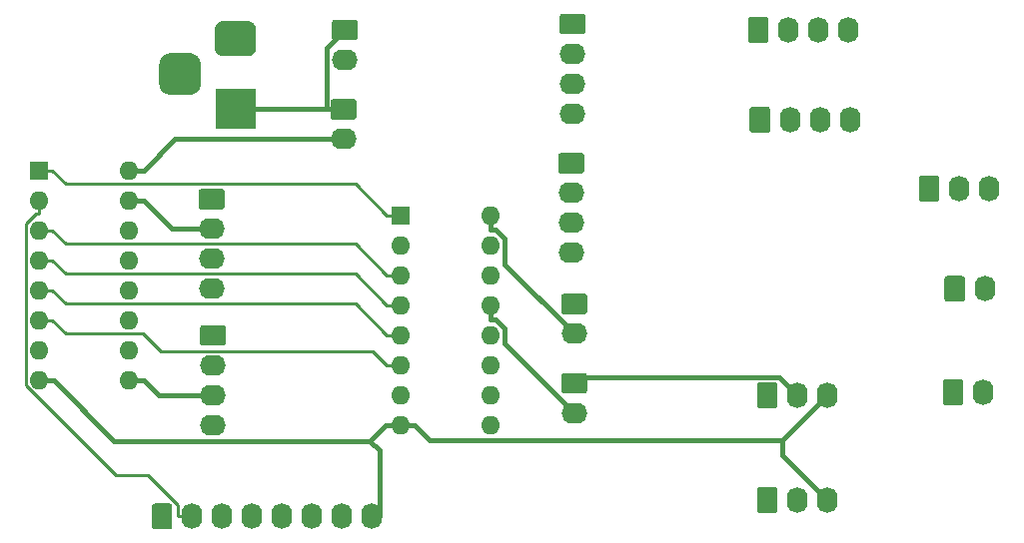
<source format=gbr>
G04 #@! TF.GenerationSoftware,KiCad,Pcbnew,(5.1.5-0-10_14)*
G04 #@! TF.CreationDate,2021-11-28T08:27:30+10:00*
G04 #@! TF.ProjectId,OH - Left Console - Output Distribution,4f48202d-204c-4656-9674-20436f6e736f,rev?*
G04 #@! TF.SameCoordinates,Original*
G04 #@! TF.FileFunction,Copper,L1,Top*
G04 #@! TF.FilePolarity,Positive*
%FSLAX46Y46*%
G04 Gerber Fmt 4.6, Leading zero omitted, Abs format (unit mm)*
G04 Created by KiCad (PCBNEW (5.1.5-0-10_14)) date 2021-11-28 08:27:30*
%MOMM*%
%LPD*%
G04 APERTURE LIST*
%ADD10O,2.200000X1.740000*%
%ADD11C,0.100000*%
%ADD12R,3.500000X3.500000*%
%ADD13O,1.600000X1.600000*%
%ADD14R,1.600000X1.600000*%
%ADD15O,1.740000X2.200000*%
%ADD16C,0.450000*%
%ADD17C,0.250000*%
G04 APERTURE END LIST*
D10*
X169418000Y-53721000D03*
X169418000Y-51181000D03*
X169418000Y-48641000D03*
G04 #@! TA.AperFunction,ComponentPad*
D11*
G36*
X170292505Y-45232204D02*
G01*
X170316773Y-45235804D01*
X170340572Y-45241765D01*
X170363671Y-45250030D01*
X170385850Y-45260520D01*
X170406893Y-45273132D01*
X170426599Y-45287747D01*
X170444777Y-45304223D01*
X170461253Y-45322401D01*
X170475868Y-45342107D01*
X170488480Y-45363150D01*
X170498970Y-45385329D01*
X170507235Y-45408428D01*
X170513196Y-45432227D01*
X170516796Y-45456495D01*
X170518000Y-45480999D01*
X170518000Y-46721001D01*
X170516796Y-46745505D01*
X170513196Y-46769773D01*
X170507235Y-46793572D01*
X170498970Y-46816671D01*
X170488480Y-46838850D01*
X170475868Y-46859893D01*
X170461253Y-46879599D01*
X170444777Y-46897777D01*
X170426599Y-46914253D01*
X170406893Y-46928868D01*
X170385850Y-46941480D01*
X170363671Y-46951970D01*
X170340572Y-46960235D01*
X170316773Y-46966196D01*
X170292505Y-46969796D01*
X170268001Y-46971000D01*
X168567999Y-46971000D01*
X168543495Y-46969796D01*
X168519227Y-46966196D01*
X168495428Y-46960235D01*
X168472329Y-46951970D01*
X168450150Y-46941480D01*
X168429107Y-46928868D01*
X168409401Y-46914253D01*
X168391223Y-46897777D01*
X168374747Y-46879599D01*
X168360132Y-46859893D01*
X168347520Y-46838850D01*
X168337030Y-46816671D01*
X168328765Y-46793572D01*
X168322804Y-46769773D01*
X168319204Y-46745505D01*
X168318000Y-46721001D01*
X168318000Y-45480999D01*
X168319204Y-45456495D01*
X168322804Y-45432227D01*
X168328765Y-45408428D01*
X168337030Y-45385329D01*
X168347520Y-45363150D01*
X168360132Y-45342107D01*
X168374747Y-45322401D01*
X168391223Y-45304223D01*
X168409401Y-45287747D01*
X168429107Y-45273132D01*
X168450150Y-45260520D01*
X168472329Y-45250030D01*
X168495428Y-45241765D01*
X168519227Y-45235804D01*
X168543495Y-45232204D01*
X168567999Y-45231000D01*
X170268001Y-45231000D01*
X170292505Y-45232204D01*
G37*
G04 #@! TD.AperFunction*
D10*
X169545000Y-41910000D03*
X169545000Y-39370000D03*
X169545000Y-36830000D03*
G04 #@! TA.AperFunction,ComponentPad*
D11*
G36*
X170419505Y-33421204D02*
G01*
X170443773Y-33424804D01*
X170467572Y-33430765D01*
X170490671Y-33439030D01*
X170512850Y-33449520D01*
X170533893Y-33462132D01*
X170553599Y-33476747D01*
X170571777Y-33493223D01*
X170588253Y-33511401D01*
X170602868Y-33531107D01*
X170615480Y-33552150D01*
X170625970Y-33574329D01*
X170634235Y-33597428D01*
X170640196Y-33621227D01*
X170643796Y-33645495D01*
X170645000Y-33669999D01*
X170645000Y-34910001D01*
X170643796Y-34934505D01*
X170640196Y-34958773D01*
X170634235Y-34982572D01*
X170625970Y-35005671D01*
X170615480Y-35027850D01*
X170602868Y-35048893D01*
X170588253Y-35068599D01*
X170571777Y-35086777D01*
X170553599Y-35103253D01*
X170533893Y-35117868D01*
X170512850Y-35130480D01*
X170490671Y-35140970D01*
X170467572Y-35149235D01*
X170443773Y-35155196D01*
X170419505Y-35158796D01*
X170395001Y-35160000D01*
X168694999Y-35160000D01*
X168670495Y-35158796D01*
X168646227Y-35155196D01*
X168622428Y-35149235D01*
X168599329Y-35140970D01*
X168577150Y-35130480D01*
X168556107Y-35117868D01*
X168536401Y-35103253D01*
X168518223Y-35086777D01*
X168501747Y-35068599D01*
X168487132Y-35048893D01*
X168474520Y-35027850D01*
X168464030Y-35005671D01*
X168455765Y-34982572D01*
X168449804Y-34958773D01*
X168446204Y-34934505D01*
X168445000Y-34910001D01*
X168445000Y-33669999D01*
X168446204Y-33645495D01*
X168449804Y-33621227D01*
X168455765Y-33597428D01*
X168464030Y-33574329D01*
X168474520Y-33552150D01*
X168487132Y-33531107D01*
X168501747Y-33511401D01*
X168518223Y-33493223D01*
X168536401Y-33476747D01*
X168556107Y-33462132D01*
X168577150Y-33449520D01*
X168599329Y-33439030D01*
X168622428Y-33430765D01*
X168646227Y-33424804D01*
X168670495Y-33421204D01*
X168694999Y-33420000D01*
X170395001Y-33420000D01*
X170419505Y-33421204D01*
G37*
G04 #@! TD.AperFunction*
D10*
X169672000Y-67310000D03*
G04 #@! TA.AperFunction,ComponentPad*
D11*
G36*
X170546505Y-63901204D02*
G01*
X170570773Y-63904804D01*
X170594572Y-63910765D01*
X170617671Y-63919030D01*
X170639850Y-63929520D01*
X170660893Y-63942132D01*
X170680599Y-63956747D01*
X170698777Y-63973223D01*
X170715253Y-63991401D01*
X170729868Y-64011107D01*
X170742480Y-64032150D01*
X170752970Y-64054329D01*
X170761235Y-64077428D01*
X170767196Y-64101227D01*
X170770796Y-64125495D01*
X170772000Y-64149999D01*
X170772000Y-65390001D01*
X170770796Y-65414505D01*
X170767196Y-65438773D01*
X170761235Y-65462572D01*
X170752970Y-65485671D01*
X170742480Y-65507850D01*
X170729868Y-65528893D01*
X170715253Y-65548599D01*
X170698777Y-65566777D01*
X170680599Y-65583253D01*
X170660893Y-65597868D01*
X170639850Y-65610480D01*
X170617671Y-65620970D01*
X170594572Y-65629235D01*
X170570773Y-65635196D01*
X170546505Y-65638796D01*
X170522001Y-65640000D01*
X168821999Y-65640000D01*
X168797495Y-65638796D01*
X168773227Y-65635196D01*
X168749428Y-65629235D01*
X168726329Y-65620970D01*
X168704150Y-65610480D01*
X168683107Y-65597868D01*
X168663401Y-65583253D01*
X168645223Y-65566777D01*
X168628747Y-65548599D01*
X168614132Y-65528893D01*
X168601520Y-65507850D01*
X168591030Y-65485671D01*
X168582765Y-65462572D01*
X168576804Y-65438773D01*
X168573204Y-65414505D01*
X168572000Y-65390001D01*
X168572000Y-64149999D01*
X168573204Y-64125495D01*
X168576804Y-64101227D01*
X168582765Y-64077428D01*
X168591030Y-64054329D01*
X168601520Y-64032150D01*
X168614132Y-64011107D01*
X168628747Y-63991401D01*
X168645223Y-63973223D01*
X168663401Y-63956747D01*
X168683107Y-63942132D01*
X168704150Y-63929520D01*
X168726329Y-63919030D01*
X168749428Y-63910765D01*
X168773227Y-63904804D01*
X168797495Y-63901204D01*
X168821999Y-63900000D01*
X170522001Y-63900000D01*
X170546505Y-63901204D01*
G37*
G04 #@! TD.AperFunction*
D10*
X169672000Y-60579000D03*
G04 #@! TA.AperFunction,ComponentPad*
D11*
G36*
X170546505Y-57170204D02*
G01*
X170570773Y-57173804D01*
X170594572Y-57179765D01*
X170617671Y-57188030D01*
X170639850Y-57198520D01*
X170660893Y-57211132D01*
X170680599Y-57225747D01*
X170698777Y-57242223D01*
X170715253Y-57260401D01*
X170729868Y-57280107D01*
X170742480Y-57301150D01*
X170752970Y-57323329D01*
X170761235Y-57346428D01*
X170767196Y-57370227D01*
X170770796Y-57394495D01*
X170772000Y-57418999D01*
X170772000Y-58659001D01*
X170770796Y-58683505D01*
X170767196Y-58707773D01*
X170761235Y-58731572D01*
X170752970Y-58754671D01*
X170742480Y-58776850D01*
X170729868Y-58797893D01*
X170715253Y-58817599D01*
X170698777Y-58835777D01*
X170680599Y-58852253D01*
X170660893Y-58866868D01*
X170639850Y-58879480D01*
X170617671Y-58889970D01*
X170594572Y-58898235D01*
X170570773Y-58904196D01*
X170546505Y-58907796D01*
X170522001Y-58909000D01*
X168821999Y-58909000D01*
X168797495Y-58907796D01*
X168773227Y-58904196D01*
X168749428Y-58898235D01*
X168726329Y-58889970D01*
X168704150Y-58879480D01*
X168683107Y-58866868D01*
X168663401Y-58852253D01*
X168645223Y-58835777D01*
X168628747Y-58817599D01*
X168614132Y-58797893D01*
X168601520Y-58776850D01*
X168591030Y-58754671D01*
X168582765Y-58731572D01*
X168576804Y-58707773D01*
X168573204Y-58683505D01*
X168572000Y-58659001D01*
X168572000Y-57418999D01*
X168573204Y-57394495D01*
X168576804Y-57370227D01*
X168582765Y-57346428D01*
X168591030Y-57323329D01*
X168601520Y-57301150D01*
X168614132Y-57280107D01*
X168628747Y-57260401D01*
X168645223Y-57242223D01*
X168663401Y-57225747D01*
X168683107Y-57211132D01*
X168704150Y-57198520D01*
X168726329Y-57188030D01*
X168749428Y-57179765D01*
X168773227Y-57173804D01*
X168797495Y-57170204D01*
X168821999Y-57169000D01*
X170522001Y-57169000D01*
X170546505Y-57170204D01*
G37*
G04 #@! TD.AperFunction*
G04 #@! TA.AperFunction,ComponentPad*
G36*
X137230765Y-36783213D02*
G01*
X137315704Y-36795813D01*
X137398999Y-36816677D01*
X137479848Y-36845605D01*
X137557472Y-36882319D01*
X137631124Y-36926464D01*
X137700094Y-36977616D01*
X137763718Y-37035282D01*
X137821384Y-37098906D01*
X137872536Y-37167876D01*
X137916681Y-37241528D01*
X137953395Y-37319152D01*
X137982323Y-37400001D01*
X138003187Y-37483296D01*
X138015787Y-37568235D01*
X138020000Y-37654000D01*
X138020000Y-39404000D01*
X138015787Y-39489765D01*
X138003187Y-39574704D01*
X137982323Y-39657999D01*
X137953395Y-39738848D01*
X137916681Y-39816472D01*
X137872536Y-39890124D01*
X137821384Y-39959094D01*
X137763718Y-40022718D01*
X137700094Y-40080384D01*
X137631124Y-40131536D01*
X137557472Y-40175681D01*
X137479848Y-40212395D01*
X137398999Y-40241323D01*
X137315704Y-40262187D01*
X137230765Y-40274787D01*
X137145000Y-40279000D01*
X135395000Y-40279000D01*
X135309235Y-40274787D01*
X135224296Y-40262187D01*
X135141001Y-40241323D01*
X135060152Y-40212395D01*
X134982528Y-40175681D01*
X134908876Y-40131536D01*
X134839906Y-40080384D01*
X134776282Y-40022718D01*
X134718616Y-39959094D01*
X134667464Y-39890124D01*
X134623319Y-39816472D01*
X134586605Y-39738848D01*
X134557677Y-39657999D01*
X134536813Y-39574704D01*
X134524213Y-39489765D01*
X134520000Y-39404000D01*
X134520000Y-37654000D01*
X134524213Y-37568235D01*
X134536813Y-37483296D01*
X134557677Y-37400001D01*
X134586605Y-37319152D01*
X134623319Y-37241528D01*
X134667464Y-37167876D01*
X134718616Y-37098906D01*
X134776282Y-37035282D01*
X134839906Y-36977616D01*
X134908876Y-36926464D01*
X134982528Y-36882319D01*
X135060152Y-36845605D01*
X135141001Y-36816677D01*
X135224296Y-36795813D01*
X135309235Y-36783213D01*
X135395000Y-36779000D01*
X137145000Y-36779000D01*
X137230765Y-36783213D01*
G37*
G04 #@! TD.AperFunction*
G04 #@! TA.AperFunction,ComponentPad*
G36*
X142043513Y-34032611D02*
G01*
X142116318Y-34043411D01*
X142187714Y-34061295D01*
X142257013Y-34086090D01*
X142323548Y-34117559D01*
X142386678Y-34155398D01*
X142445795Y-34199242D01*
X142500330Y-34248670D01*
X142549758Y-34303205D01*
X142593602Y-34362322D01*
X142631441Y-34425452D01*
X142662910Y-34491987D01*
X142687705Y-34561286D01*
X142705589Y-34632682D01*
X142716389Y-34705487D01*
X142720000Y-34779000D01*
X142720000Y-36279000D01*
X142716389Y-36352513D01*
X142705589Y-36425318D01*
X142687705Y-36496714D01*
X142662910Y-36566013D01*
X142631441Y-36632548D01*
X142593602Y-36695678D01*
X142549758Y-36754795D01*
X142500330Y-36809330D01*
X142445795Y-36858758D01*
X142386678Y-36902602D01*
X142323548Y-36940441D01*
X142257013Y-36971910D01*
X142187714Y-36996705D01*
X142116318Y-37014589D01*
X142043513Y-37025389D01*
X141970000Y-37029000D01*
X139970000Y-37029000D01*
X139896487Y-37025389D01*
X139823682Y-37014589D01*
X139752286Y-36996705D01*
X139682987Y-36971910D01*
X139616452Y-36940441D01*
X139553322Y-36902602D01*
X139494205Y-36858758D01*
X139439670Y-36809330D01*
X139390242Y-36754795D01*
X139346398Y-36695678D01*
X139308559Y-36632548D01*
X139277090Y-36566013D01*
X139252295Y-36496714D01*
X139234411Y-36425318D01*
X139223611Y-36352513D01*
X139220000Y-36279000D01*
X139220000Y-34779000D01*
X139223611Y-34705487D01*
X139234411Y-34632682D01*
X139252295Y-34561286D01*
X139277090Y-34491987D01*
X139308559Y-34425452D01*
X139346398Y-34362322D01*
X139390242Y-34303205D01*
X139439670Y-34248670D01*
X139494205Y-34199242D01*
X139553322Y-34155398D01*
X139616452Y-34117559D01*
X139682987Y-34086090D01*
X139752286Y-34061295D01*
X139823682Y-34043411D01*
X139896487Y-34032611D01*
X139970000Y-34029000D01*
X141970000Y-34029000D01*
X142043513Y-34032611D01*
G37*
G04 #@! TD.AperFunction*
D12*
X140970000Y-41529000D03*
D13*
X162560000Y-50546000D03*
X154940000Y-68326000D03*
X162560000Y-53086000D03*
X154940000Y-65786000D03*
X162560000Y-55626000D03*
X154940000Y-63246000D03*
X162560000Y-58166000D03*
X154940000Y-60706000D03*
X162560000Y-60706000D03*
X154940000Y-58166000D03*
X162560000Y-63246000D03*
X154940000Y-55626000D03*
X162560000Y-65786000D03*
X154940000Y-53086000D03*
X162560000Y-68326000D03*
D14*
X154940000Y-50546000D03*
D15*
X152527000Y-76073000D03*
X149987000Y-76073000D03*
X147447000Y-76073000D03*
X144907000Y-76073000D03*
X142367000Y-76073000D03*
X139827000Y-76073000D03*
X137287000Y-76073000D03*
G04 #@! TA.AperFunction,ComponentPad*
D11*
G36*
X135391505Y-74974204D02*
G01*
X135415773Y-74977804D01*
X135439572Y-74983765D01*
X135462671Y-74992030D01*
X135484850Y-75002520D01*
X135505893Y-75015132D01*
X135525599Y-75029747D01*
X135543777Y-75046223D01*
X135560253Y-75064401D01*
X135574868Y-75084107D01*
X135587480Y-75105150D01*
X135597970Y-75127329D01*
X135606235Y-75150428D01*
X135612196Y-75174227D01*
X135615796Y-75198495D01*
X135617000Y-75222999D01*
X135617000Y-76923001D01*
X135615796Y-76947505D01*
X135612196Y-76971773D01*
X135606235Y-76995572D01*
X135597970Y-77018671D01*
X135587480Y-77040850D01*
X135574868Y-77061893D01*
X135560253Y-77081599D01*
X135543777Y-77099777D01*
X135525599Y-77116253D01*
X135505893Y-77130868D01*
X135484850Y-77143480D01*
X135462671Y-77153970D01*
X135439572Y-77162235D01*
X135415773Y-77168196D01*
X135391505Y-77171796D01*
X135367001Y-77173000D01*
X134126999Y-77173000D01*
X134102495Y-77171796D01*
X134078227Y-77168196D01*
X134054428Y-77162235D01*
X134031329Y-77153970D01*
X134009150Y-77143480D01*
X133988107Y-77130868D01*
X133968401Y-77116253D01*
X133950223Y-77099777D01*
X133933747Y-77081599D01*
X133919132Y-77061893D01*
X133906520Y-77040850D01*
X133896030Y-77018671D01*
X133887765Y-76995572D01*
X133881804Y-76971773D01*
X133878204Y-76947505D01*
X133877000Y-76923001D01*
X133877000Y-75222999D01*
X133878204Y-75198495D01*
X133881804Y-75174227D01*
X133887765Y-75150428D01*
X133896030Y-75127329D01*
X133906520Y-75105150D01*
X133919132Y-75084107D01*
X133933747Y-75064401D01*
X133950223Y-75046223D01*
X133968401Y-75029747D01*
X133988107Y-75015132D01*
X134009150Y-75002520D01*
X134031329Y-74992030D01*
X134054428Y-74983765D01*
X134078227Y-74977804D01*
X134102495Y-74974204D01*
X134126999Y-74973000D01*
X135367001Y-74973000D01*
X135391505Y-74974204D01*
G37*
G04 #@! TD.AperFunction*
D15*
X204343000Y-65532000D03*
G04 #@! TA.AperFunction,ComponentPad*
D11*
G36*
X202447505Y-64433204D02*
G01*
X202471773Y-64436804D01*
X202495572Y-64442765D01*
X202518671Y-64451030D01*
X202540850Y-64461520D01*
X202561893Y-64474132D01*
X202581599Y-64488747D01*
X202599777Y-64505223D01*
X202616253Y-64523401D01*
X202630868Y-64543107D01*
X202643480Y-64564150D01*
X202653970Y-64586329D01*
X202662235Y-64609428D01*
X202668196Y-64633227D01*
X202671796Y-64657495D01*
X202673000Y-64681999D01*
X202673000Y-66382001D01*
X202671796Y-66406505D01*
X202668196Y-66430773D01*
X202662235Y-66454572D01*
X202653970Y-66477671D01*
X202643480Y-66499850D01*
X202630868Y-66520893D01*
X202616253Y-66540599D01*
X202599777Y-66558777D01*
X202581599Y-66575253D01*
X202561893Y-66589868D01*
X202540850Y-66602480D01*
X202518671Y-66612970D01*
X202495572Y-66621235D01*
X202471773Y-66627196D01*
X202447505Y-66630796D01*
X202423001Y-66632000D01*
X201182999Y-66632000D01*
X201158495Y-66630796D01*
X201134227Y-66627196D01*
X201110428Y-66621235D01*
X201087329Y-66612970D01*
X201065150Y-66602480D01*
X201044107Y-66589868D01*
X201024401Y-66575253D01*
X201006223Y-66558777D01*
X200989747Y-66540599D01*
X200975132Y-66520893D01*
X200962520Y-66499850D01*
X200952030Y-66477671D01*
X200943765Y-66454572D01*
X200937804Y-66430773D01*
X200934204Y-66406505D01*
X200933000Y-66382001D01*
X200933000Y-64681999D01*
X200934204Y-64657495D01*
X200937804Y-64633227D01*
X200943765Y-64609428D01*
X200952030Y-64586329D01*
X200962520Y-64564150D01*
X200975132Y-64543107D01*
X200989747Y-64523401D01*
X201006223Y-64505223D01*
X201024401Y-64488747D01*
X201044107Y-64474132D01*
X201065150Y-64461520D01*
X201087329Y-64451030D01*
X201110428Y-64442765D01*
X201134227Y-64436804D01*
X201158495Y-64433204D01*
X201182999Y-64432000D01*
X202423001Y-64432000D01*
X202447505Y-64433204D01*
G37*
G04 #@! TD.AperFunction*
D15*
X204470000Y-56769000D03*
G04 #@! TA.AperFunction,ComponentPad*
D11*
G36*
X202574505Y-55670204D02*
G01*
X202598773Y-55673804D01*
X202622572Y-55679765D01*
X202645671Y-55688030D01*
X202667850Y-55698520D01*
X202688893Y-55711132D01*
X202708599Y-55725747D01*
X202726777Y-55742223D01*
X202743253Y-55760401D01*
X202757868Y-55780107D01*
X202770480Y-55801150D01*
X202780970Y-55823329D01*
X202789235Y-55846428D01*
X202795196Y-55870227D01*
X202798796Y-55894495D01*
X202800000Y-55918999D01*
X202800000Y-57619001D01*
X202798796Y-57643505D01*
X202795196Y-57667773D01*
X202789235Y-57691572D01*
X202780970Y-57714671D01*
X202770480Y-57736850D01*
X202757868Y-57757893D01*
X202743253Y-57777599D01*
X202726777Y-57795777D01*
X202708599Y-57812253D01*
X202688893Y-57826868D01*
X202667850Y-57839480D01*
X202645671Y-57849970D01*
X202622572Y-57858235D01*
X202598773Y-57864196D01*
X202574505Y-57867796D01*
X202550001Y-57869000D01*
X201309999Y-57869000D01*
X201285495Y-57867796D01*
X201261227Y-57864196D01*
X201237428Y-57858235D01*
X201214329Y-57849970D01*
X201192150Y-57839480D01*
X201171107Y-57826868D01*
X201151401Y-57812253D01*
X201133223Y-57795777D01*
X201116747Y-57777599D01*
X201102132Y-57757893D01*
X201089520Y-57736850D01*
X201079030Y-57714671D01*
X201070765Y-57691572D01*
X201064804Y-57667773D01*
X201061204Y-57643505D01*
X201060000Y-57619001D01*
X201060000Y-55918999D01*
X201061204Y-55894495D01*
X201064804Y-55870227D01*
X201070765Y-55846428D01*
X201079030Y-55823329D01*
X201089520Y-55801150D01*
X201102132Y-55780107D01*
X201116747Y-55760401D01*
X201133223Y-55742223D01*
X201151401Y-55725747D01*
X201171107Y-55711132D01*
X201192150Y-55698520D01*
X201214329Y-55688030D01*
X201237428Y-55679765D01*
X201261227Y-55673804D01*
X201285495Y-55670204D01*
X201309999Y-55669000D01*
X202550001Y-55669000D01*
X202574505Y-55670204D01*
G37*
G04 #@! TD.AperFunction*
D15*
X204851000Y-48260000D03*
X202311000Y-48260000D03*
G04 #@! TA.AperFunction,ComponentPad*
D11*
G36*
X200415505Y-47161204D02*
G01*
X200439773Y-47164804D01*
X200463572Y-47170765D01*
X200486671Y-47179030D01*
X200508850Y-47189520D01*
X200529893Y-47202132D01*
X200549599Y-47216747D01*
X200567777Y-47233223D01*
X200584253Y-47251401D01*
X200598868Y-47271107D01*
X200611480Y-47292150D01*
X200621970Y-47314329D01*
X200630235Y-47337428D01*
X200636196Y-47361227D01*
X200639796Y-47385495D01*
X200641000Y-47409999D01*
X200641000Y-49110001D01*
X200639796Y-49134505D01*
X200636196Y-49158773D01*
X200630235Y-49182572D01*
X200621970Y-49205671D01*
X200611480Y-49227850D01*
X200598868Y-49248893D01*
X200584253Y-49268599D01*
X200567777Y-49286777D01*
X200549599Y-49303253D01*
X200529893Y-49317868D01*
X200508850Y-49330480D01*
X200486671Y-49340970D01*
X200463572Y-49349235D01*
X200439773Y-49355196D01*
X200415505Y-49358796D01*
X200391001Y-49360000D01*
X199150999Y-49360000D01*
X199126495Y-49358796D01*
X199102227Y-49355196D01*
X199078428Y-49349235D01*
X199055329Y-49340970D01*
X199033150Y-49330480D01*
X199012107Y-49317868D01*
X198992401Y-49303253D01*
X198974223Y-49286777D01*
X198957747Y-49268599D01*
X198943132Y-49248893D01*
X198930520Y-49227850D01*
X198920030Y-49205671D01*
X198911765Y-49182572D01*
X198905804Y-49158773D01*
X198902204Y-49134505D01*
X198901000Y-49110001D01*
X198901000Y-47409999D01*
X198902204Y-47385495D01*
X198905804Y-47361227D01*
X198911765Y-47337428D01*
X198920030Y-47314329D01*
X198930520Y-47292150D01*
X198943132Y-47271107D01*
X198957747Y-47251401D01*
X198974223Y-47233223D01*
X198992401Y-47216747D01*
X199012107Y-47202132D01*
X199033150Y-47189520D01*
X199055329Y-47179030D01*
X199078428Y-47170765D01*
X199102227Y-47164804D01*
X199126495Y-47161204D01*
X199150999Y-47160000D01*
X200391001Y-47160000D01*
X200415505Y-47161204D01*
G37*
G04 #@! TD.AperFunction*
D13*
X131953000Y-46736000D03*
X124333000Y-64516000D03*
X131953000Y-49276000D03*
X124333000Y-61976000D03*
X131953000Y-51816000D03*
X124333000Y-59436000D03*
X131953000Y-54356000D03*
X124333000Y-56896000D03*
X131953000Y-56896000D03*
X124333000Y-54356000D03*
X131953000Y-59436000D03*
X124333000Y-51816000D03*
X131953000Y-61976000D03*
X124333000Y-49276000D03*
X131953000Y-64516000D03*
D14*
X124333000Y-46736000D03*
D15*
X191135000Y-65786000D03*
X188595000Y-65786000D03*
G04 #@! TA.AperFunction,ComponentPad*
D11*
G36*
X186699505Y-64687204D02*
G01*
X186723773Y-64690804D01*
X186747572Y-64696765D01*
X186770671Y-64705030D01*
X186792850Y-64715520D01*
X186813893Y-64728132D01*
X186833599Y-64742747D01*
X186851777Y-64759223D01*
X186868253Y-64777401D01*
X186882868Y-64797107D01*
X186895480Y-64818150D01*
X186905970Y-64840329D01*
X186914235Y-64863428D01*
X186920196Y-64887227D01*
X186923796Y-64911495D01*
X186925000Y-64935999D01*
X186925000Y-66636001D01*
X186923796Y-66660505D01*
X186920196Y-66684773D01*
X186914235Y-66708572D01*
X186905970Y-66731671D01*
X186895480Y-66753850D01*
X186882868Y-66774893D01*
X186868253Y-66794599D01*
X186851777Y-66812777D01*
X186833599Y-66829253D01*
X186813893Y-66843868D01*
X186792850Y-66856480D01*
X186770671Y-66866970D01*
X186747572Y-66875235D01*
X186723773Y-66881196D01*
X186699505Y-66884796D01*
X186675001Y-66886000D01*
X185434999Y-66886000D01*
X185410495Y-66884796D01*
X185386227Y-66881196D01*
X185362428Y-66875235D01*
X185339329Y-66866970D01*
X185317150Y-66856480D01*
X185296107Y-66843868D01*
X185276401Y-66829253D01*
X185258223Y-66812777D01*
X185241747Y-66794599D01*
X185227132Y-66774893D01*
X185214520Y-66753850D01*
X185204030Y-66731671D01*
X185195765Y-66708572D01*
X185189804Y-66684773D01*
X185186204Y-66660505D01*
X185185000Y-66636001D01*
X185185000Y-64935999D01*
X185186204Y-64911495D01*
X185189804Y-64887227D01*
X185195765Y-64863428D01*
X185204030Y-64840329D01*
X185214520Y-64818150D01*
X185227132Y-64797107D01*
X185241747Y-64777401D01*
X185258223Y-64759223D01*
X185276401Y-64742747D01*
X185296107Y-64728132D01*
X185317150Y-64715520D01*
X185339329Y-64705030D01*
X185362428Y-64696765D01*
X185386227Y-64690804D01*
X185410495Y-64687204D01*
X185434999Y-64686000D01*
X186675001Y-64686000D01*
X186699505Y-64687204D01*
G37*
G04 #@! TD.AperFunction*
D15*
X191135000Y-74676000D03*
X188595000Y-74676000D03*
G04 #@! TA.AperFunction,ComponentPad*
D11*
G36*
X186699505Y-73577204D02*
G01*
X186723773Y-73580804D01*
X186747572Y-73586765D01*
X186770671Y-73595030D01*
X186792850Y-73605520D01*
X186813893Y-73618132D01*
X186833599Y-73632747D01*
X186851777Y-73649223D01*
X186868253Y-73667401D01*
X186882868Y-73687107D01*
X186895480Y-73708150D01*
X186905970Y-73730329D01*
X186914235Y-73753428D01*
X186920196Y-73777227D01*
X186923796Y-73801495D01*
X186925000Y-73825999D01*
X186925000Y-75526001D01*
X186923796Y-75550505D01*
X186920196Y-75574773D01*
X186914235Y-75598572D01*
X186905970Y-75621671D01*
X186895480Y-75643850D01*
X186882868Y-75664893D01*
X186868253Y-75684599D01*
X186851777Y-75702777D01*
X186833599Y-75719253D01*
X186813893Y-75733868D01*
X186792850Y-75746480D01*
X186770671Y-75756970D01*
X186747572Y-75765235D01*
X186723773Y-75771196D01*
X186699505Y-75774796D01*
X186675001Y-75776000D01*
X185434999Y-75776000D01*
X185410495Y-75774796D01*
X185386227Y-75771196D01*
X185362428Y-75765235D01*
X185339329Y-75756970D01*
X185317150Y-75746480D01*
X185296107Y-75733868D01*
X185276401Y-75719253D01*
X185258223Y-75702777D01*
X185241747Y-75684599D01*
X185227132Y-75664893D01*
X185214520Y-75643850D01*
X185204030Y-75621671D01*
X185195765Y-75598572D01*
X185189804Y-75574773D01*
X185186204Y-75550505D01*
X185185000Y-75526001D01*
X185185000Y-73825999D01*
X185186204Y-73801495D01*
X185189804Y-73777227D01*
X185195765Y-73753428D01*
X185204030Y-73730329D01*
X185214520Y-73708150D01*
X185227132Y-73687107D01*
X185241747Y-73667401D01*
X185258223Y-73649223D01*
X185276401Y-73632747D01*
X185296107Y-73618132D01*
X185317150Y-73605520D01*
X185339329Y-73595030D01*
X185362428Y-73586765D01*
X185386227Y-73580804D01*
X185410495Y-73577204D01*
X185434999Y-73576000D01*
X186675001Y-73576000D01*
X186699505Y-73577204D01*
G37*
G04 #@! TD.AperFunction*
D10*
X139065000Y-68326000D03*
X139065000Y-65786000D03*
X139065000Y-63246000D03*
G04 #@! TA.AperFunction,ComponentPad*
D11*
G36*
X139939505Y-59837204D02*
G01*
X139963773Y-59840804D01*
X139987572Y-59846765D01*
X140010671Y-59855030D01*
X140032850Y-59865520D01*
X140053893Y-59878132D01*
X140073599Y-59892747D01*
X140091777Y-59909223D01*
X140108253Y-59927401D01*
X140122868Y-59947107D01*
X140135480Y-59968150D01*
X140145970Y-59990329D01*
X140154235Y-60013428D01*
X140160196Y-60037227D01*
X140163796Y-60061495D01*
X140165000Y-60085999D01*
X140165000Y-61326001D01*
X140163796Y-61350505D01*
X140160196Y-61374773D01*
X140154235Y-61398572D01*
X140145970Y-61421671D01*
X140135480Y-61443850D01*
X140122868Y-61464893D01*
X140108253Y-61484599D01*
X140091777Y-61502777D01*
X140073599Y-61519253D01*
X140053893Y-61533868D01*
X140032850Y-61546480D01*
X140010671Y-61556970D01*
X139987572Y-61565235D01*
X139963773Y-61571196D01*
X139939505Y-61574796D01*
X139915001Y-61576000D01*
X138214999Y-61576000D01*
X138190495Y-61574796D01*
X138166227Y-61571196D01*
X138142428Y-61565235D01*
X138119329Y-61556970D01*
X138097150Y-61546480D01*
X138076107Y-61533868D01*
X138056401Y-61519253D01*
X138038223Y-61502777D01*
X138021747Y-61484599D01*
X138007132Y-61464893D01*
X137994520Y-61443850D01*
X137984030Y-61421671D01*
X137975765Y-61398572D01*
X137969804Y-61374773D01*
X137966204Y-61350505D01*
X137965000Y-61326001D01*
X137965000Y-60085999D01*
X137966204Y-60061495D01*
X137969804Y-60037227D01*
X137975765Y-60013428D01*
X137984030Y-59990329D01*
X137994520Y-59968150D01*
X138007132Y-59947107D01*
X138021747Y-59927401D01*
X138038223Y-59909223D01*
X138056401Y-59892747D01*
X138076107Y-59878132D01*
X138097150Y-59865520D01*
X138119329Y-59855030D01*
X138142428Y-59846765D01*
X138166227Y-59840804D01*
X138190495Y-59837204D01*
X138214999Y-59836000D01*
X139915001Y-59836000D01*
X139939505Y-59837204D01*
G37*
G04 #@! TD.AperFunction*
D15*
X193040000Y-42418000D03*
X190500000Y-42418000D03*
X187960000Y-42418000D03*
G04 #@! TA.AperFunction,ComponentPad*
D11*
G36*
X186064505Y-41319204D02*
G01*
X186088773Y-41322804D01*
X186112572Y-41328765D01*
X186135671Y-41337030D01*
X186157850Y-41347520D01*
X186178893Y-41360132D01*
X186198599Y-41374747D01*
X186216777Y-41391223D01*
X186233253Y-41409401D01*
X186247868Y-41429107D01*
X186260480Y-41450150D01*
X186270970Y-41472329D01*
X186279235Y-41495428D01*
X186285196Y-41519227D01*
X186288796Y-41543495D01*
X186290000Y-41567999D01*
X186290000Y-43268001D01*
X186288796Y-43292505D01*
X186285196Y-43316773D01*
X186279235Y-43340572D01*
X186270970Y-43363671D01*
X186260480Y-43385850D01*
X186247868Y-43406893D01*
X186233253Y-43426599D01*
X186216777Y-43444777D01*
X186198599Y-43461253D01*
X186178893Y-43475868D01*
X186157850Y-43488480D01*
X186135671Y-43498970D01*
X186112572Y-43507235D01*
X186088773Y-43513196D01*
X186064505Y-43516796D01*
X186040001Y-43518000D01*
X184799999Y-43518000D01*
X184775495Y-43516796D01*
X184751227Y-43513196D01*
X184727428Y-43507235D01*
X184704329Y-43498970D01*
X184682150Y-43488480D01*
X184661107Y-43475868D01*
X184641401Y-43461253D01*
X184623223Y-43444777D01*
X184606747Y-43426599D01*
X184592132Y-43406893D01*
X184579520Y-43385850D01*
X184569030Y-43363671D01*
X184560765Y-43340572D01*
X184554804Y-43316773D01*
X184551204Y-43292505D01*
X184550000Y-43268001D01*
X184550000Y-41567999D01*
X184551204Y-41543495D01*
X184554804Y-41519227D01*
X184560765Y-41495428D01*
X184569030Y-41472329D01*
X184579520Y-41450150D01*
X184592132Y-41429107D01*
X184606747Y-41409401D01*
X184623223Y-41391223D01*
X184641401Y-41374747D01*
X184661107Y-41360132D01*
X184682150Y-41347520D01*
X184704329Y-41337030D01*
X184727428Y-41328765D01*
X184751227Y-41322804D01*
X184775495Y-41319204D01*
X184799999Y-41318000D01*
X186040001Y-41318000D01*
X186064505Y-41319204D01*
G37*
G04 #@! TD.AperFunction*
D10*
X150241000Y-37338000D03*
G04 #@! TA.AperFunction,ComponentPad*
D11*
G36*
X151115505Y-33929204D02*
G01*
X151139773Y-33932804D01*
X151163572Y-33938765D01*
X151186671Y-33947030D01*
X151208850Y-33957520D01*
X151229893Y-33970132D01*
X151249599Y-33984747D01*
X151267777Y-34001223D01*
X151284253Y-34019401D01*
X151298868Y-34039107D01*
X151311480Y-34060150D01*
X151321970Y-34082329D01*
X151330235Y-34105428D01*
X151336196Y-34129227D01*
X151339796Y-34153495D01*
X151341000Y-34177999D01*
X151341000Y-35418001D01*
X151339796Y-35442505D01*
X151336196Y-35466773D01*
X151330235Y-35490572D01*
X151321970Y-35513671D01*
X151311480Y-35535850D01*
X151298868Y-35556893D01*
X151284253Y-35576599D01*
X151267777Y-35594777D01*
X151249599Y-35611253D01*
X151229893Y-35625868D01*
X151208850Y-35638480D01*
X151186671Y-35648970D01*
X151163572Y-35657235D01*
X151139773Y-35663196D01*
X151115505Y-35666796D01*
X151091001Y-35668000D01*
X149390999Y-35668000D01*
X149366495Y-35666796D01*
X149342227Y-35663196D01*
X149318428Y-35657235D01*
X149295329Y-35648970D01*
X149273150Y-35638480D01*
X149252107Y-35625868D01*
X149232401Y-35611253D01*
X149214223Y-35594777D01*
X149197747Y-35576599D01*
X149183132Y-35556893D01*
X149170520Y-35535850D01*
X149160030Y-35513671D01*
X149151765Y-35490572D01*
X149145804Y-35466773D01*
X149142204Y-35442505D01*
X149141000Y-35418001D01*
X149141000Y-34177999D01*
X149142204Y-34153495D01*
X149145804Y-34129227D01*
X149151765Y-34105428D01*
X149160030Y-34082329D01*
X149170520Y-34060150D01*
X149183132Y-34039107D01*
X149197747Y-34019401D01*
X149214223Y-34001223D01*
X149232401Y-33984747D01*
X149252107Y-33970132D01*
X149273150Y-33957520D01*
X149295329Y-33947030D01*
X149318428Y-33938765D01*
X149342227Y-33932804D01*
X149366495Y-33929204D01*
X149390999Y-33928000D01*
X151091001Y-33928000D01*
X151115505Y-33929204D01*
G37*
G04 #@! TD.AperFunction*
D10*
X138938000Y-56769000D03*
X138938000Y-54229000D03*
X138938000Y-51689000D03*
G04 #@! TA.AperFunction,ComponentPad*
D11*
G36*
X139812505Y-48280204D02*
G01*
X139836773Y-48283804D01*
X139860572Y-48289765D01*
X139883671Y-48298030D01*
X139905850Y-48308520D01*
X139926893Y-48321132D01*
X139946599Y-48335747D01*
X139964777Y-48352223D01*
X139981253Y-48370401D01*
X139995868Y-48390107D01*
X140008480Y-48411150D01*
X140018970Y-48433329D01*
X140027235Y-48456428D01*
X140033196Y-48480227D01*
X140036796Y-48504495D01*
X140038000Y-48528999D01*
X140038000Y-49769001D01*
X140036796Y-49793505D01*
X140033196Y-49817773D01*
X140027235Y-49841572D01*
X140018970Y-49864671D01*
X140008480Y-49886850D01*
X139995868Y-49907893D01*
X139981253Y-49927599D01*
X139964777Y-49945777D01*
X139946599Y-49962253D01*
X139926893Y-49976868D01*
X139905850Y-49989480D01*
X139883671Y-49999970D01*
X139860572Y-50008235D01*
X139836773Y-50014196D01*
X139812505Y-50017796D01*
X139788001Y-50019000D01*
X138087999Y-50019000D01*
X138063495Y-50017796D01*
X138039227Y-50014196D01*
X138015428Y-50008235D01*
X137992329Y-49999970D01*
X137970150Y-49989480D01*
X137949107Y-49976868D01*
X137929401Y-49962253D01*
X137911223Y-49945777D01*
X137894747Y-49927599D01*
X137880132Y-49907893D01*
X137867520Y-49886850D01*
X137857030Y-49864671D01*
X137848765Y-49841572D01*
X137842804Y-49817773D01*
X137839204Y-49793505D01*
X137838000Y-49769001D01*
X137838000Y-48528999D01*
X137839204Y-48504495D01*
X137842804Y-48480227D01*
X137848765Y-48456428D01*
X137857030Y-48433329D01*
X137867520Y-48411150D01*
X137880132Y-48390107D01*
X137894747Y-48370401D01*
X137911223Y-48352223D01*
X137929401Y-48335747D01*
X137949107Y-48321132D01*
X137970150Y-48308520D01*
X137992329Y-48298030D01*
X138015428Y-48289765D01*
X138039227Y-48283804D01*
X138063495Y-48280204D01*
X138087999Y-48279000D01*
X139788001Y-48279000D01*
X139812505Y-48280204D01*
G37*
G04 #@! TD.AperFunction*
D10*
X150114000Y-44069000D03*
G04 #@! TA.AperFunction,ComponentPad*
D11*
G36*
X150988505Y-40660204D02*
G01*
X151012773Y-40663804D01*
X151036572Y-40669765D01*
X151059671Y-40678030D01*
X151081850Y-40688520D01*
X151102893Y-40701132D01*
X151122599Y-40715747D01*
X151140777Y-40732223D01*
X151157253Y-40750401D01*
X151171868Y-40770107D01*
X151184480Y-40791150D01*
X151194970Y-40813329D01*
X151203235Y-40836428D01*
X151209196Y-40860227D01*
X151212796Y-40884495D01*
X151214000Y-40908999D01*
X151214000Y-42149001D01*
X151212796Y-42173505D01*
X151209196Y-42197773D01*
X151203235Y-42221572D01*
X151194970Y-42244671D01*
X151184480Y-42266850D01*
X151171868Y-42287893D01*
X151157253Y-42307599D01*
X151140777Y-42325777D01*
X151122599Y-42342253D01*
X151102893Y-42356868D01*
X151081850Y-42369480D01*
X151059671Y-42379970D01*
X151036572Y-42388235D01*
X151012773Y-42394196D01*
X150988505Y-42397796D01*
X150964001Y-42399000D01*
X149263999Y-42399000D01*
X149239495Y-42397796D01*
X149215227Y-42394196D01*
X149191428Y-42388235D01*
X149168329Y-42379970D01*
X149146150Y-42369480D01*
X149125107Y-42356868D01*
X149105401Y-42342253D01*
X149087223Y-42325777D01*
X149070747Y-42307599D01*
X149056132Y-42287893D01*
X149043520Y-42266850D01*
X149033030Y-42244671D01*
X149024765Y-42221572D01*
X149018804Y-42197773D01*
X149015204Y-42173505D01*
X149014000Y-42149001D01*
X149014000Y-40908999D01*
X149015204Y-40884495D01*
X149018804Y-40860227D01*
X149024765Y-40836428D01*
X149033030Y-40813329D01*
X149043520Y-40791150D01*
X149056132Y-40770107D01*
X149070747Y-40750401D01*
X149087223Y-40732223D01*
X149105401Y-40715747D01*
X149125107Y-40701132D01*
X149146150Y-40688520D01*
X149168329Y-40678030D01*
X149191428Y-40669765D01*
X149215227Y-40663804D01*
X149239495Y-40660204D01*
X149263999Y-40659000D01*
X150964001Y-40659000D01*
X150988505Y-40660204D01*
G37*
G04 #@! TD.AperFunction*
D15*
X192913000Y-34798000D03*
X190373000Y-34798000D03*
X187833000Y-34798000D03*
G04 #@! TA.AperFunction,ComponentPad*
D11*
G36*
X185937505Y-33699204D02*
G01*
X185961773Y-33702804D01*
X185985572Y-33708765D01*
X186008671Y-33717030D01*
X186030850Y-33727520D01*
X186051893Y-33740132D01*
X186071599Y-33754747D01*
X186089777Y-33771223D01*
X186106253Y-33789401D01*
X186120868Y-33809107D01*
X186133480Y-33830150D01*
X186143970Y-33852329D01*
X186152235Y-33875428D01*
X186158196Y-33899227D01*
X186161796Y-33923495D01*
X186163000Y-33947999D01*
X186163000Y-35648001D01*
X186161796Y-35672505D01*
X186158196Y-35696773D01*
X186152235Y-35720572D01*
X186143970Y-35743671D01*
X186133480Y-35765850D01*
X186120868Y-35786893D01*
X186106253Y-35806599D01*
X186089777Y-35824777D01*
X186071599Y-35841253D01*
X186051893Y-35855868D01*
X186030850Y-35868480D01*
X186008671Y-35878970D01*
X185985572Y-35887235D01*
X185961773Y-35893196D01*
X185937505Y-35896796D01*
X185913001Y-35898000D01*
X184672999Y-35898000D01*
X184648495Y-35896796D01*
X184624227Y-35893196D01*
X184600428Y-35887235D01*
X184577329Y-35878970D01*
X184555150Y-35868480D01*
X184534107Y-35855868D01*
X184514401Y-35841253D01*
X184496223Y-35824777D01*
X184479747Y-35806599D01*
X184465132Y-35786893D01*
X184452520Y-35765850D01*
X184442030Y-35743671D01*
X184433765Y-35720572D01*
X184427804Y-35696773D01*
X184424204Y-35672505D01*
X184423000Y-35648001D01*
X184423000Y-33947999D01*
X184424204Y-33923495D01*
X184427804Y-33899227D01*
X184433765Y-33875428D01*
X184442030Y-33852329D01*
X184452520Y-33830150D01*
X184465132Y-33809107D01*
X184479747Y-33789401D01*
X184496223Y-33771223D01*
X184514401Y-33754747D01*
X184534107Y-33740132D01*
X184555150Y-33727520D01*
X184577329Y-33717030D01*
X184600428Y-33708765D01*
X184624227Y-33702804D01*
X184648495Y-33699204D01*
X184672999Y-33698000D01*
X185913001Y-33698000D01*
X185937505Y-33699204D01*
G37*
G04 #@! TD.AperFunction*
D16*
X187299600Y-69621400D02*
X157460700Y-69621400D01*
X157460700Y-69621400D02*
X156165300Y-68326000D01*
X191135000Y-65786000D02*
X187299600Y-69621400D01*
X191135000Y-74676000D02*
X187299600Y-70840600D01*
X187299600Y-70840600D02*
X187299600Y-69621400D01*
X154940000Y-68326000D02*
X156165300Y-68326000D01*
X152377900Y-69662800D02*
X130705100Y-69662800D01*
X130705100Y-69662800D02*
X125558300Y-64516000D01*
X153714700Y-68326000D02*
X152377900Y-69662800D01*
X153174700Y-76073000D02*
X153174700Y-70459600D01*
X153174700Y-70459600D02*
X152377900Y-69662800D01*
X152527000Y-76073000D02*
X153174700Y-76073000D01*
X124333000Y-64516000D02*
X125558300Y-64516000D01*
X154940000Y-68326000D02*
X153714700Y-68326000D01*
D17*
X124333000Y-59436000D02*
X125458300Y-59436000D01*
X154940000Y-63246000D02*
X153814700Y-63246000D01*
X153814700Y-63246000D02*
X152602700Y-62034000D01*
X152602700Y-62034000D02*
X134613300Y-62034000D01*
X134613300Y-62034000D02*
X133140600Y-60561300D01*
X133140600Y-60561300D02*
X126583600Y-60561300D01*
X126583600Y-60561300D02*
X125458300Y-59436000D01*
X124333000Y-56896000D02*
X125458300Y-56896000D01*
X154940000Y-60706000D02*
X153814700Y-60706000D01*
X153814700Y-60706000D02*
X151130000Y-58021300D01*
X151130000Y-58021300D02*
X126583600Y-58021300D01*
X126583600Y-58021300D02*
X125458300Y-56896000D01*
X124333000Y-54356000D02*
X125458300Y-54356000D01*
X154940000Y-58166000D02*
X153814700Y-58166000D01*
X153814700Y-58166000D02*
X151130000Y-55481300D01*
X151130000Y-55481300D02*
X126583600Y-55481300D01*
X126583600Y-55481300D02*
X125458300Y-54356000D01*
X124333000Y-51816000D02*
X125458300Y-51816000D01*
X154940000Y-55626000D02*
X153814700Y-55626000D01*
X153814700Y-55626000D02*
X151130000Y-52941300D01*
X151130000Y-52941300D02*
X126583600Y-52941300D01*
X126583600Y-52941300D02*
X125458300Y-51816000D01*
X124333000Y-49276000D02*
X124333000Y-50401300D01*
X137287000Y-76073000D02*
X136091700Y-76073000D01*
X136091700Y-76073000D02*
X136091700Y-75101800D01*
X136091700Y-75101800D02*
X133579100Y-72589200D01*
X133579100Y-72589200D02*
X130814600Y-72589200D01*
X130814600Y-72589200D02*
X123207700Y-64982300D01*
X123207700Y-64982300D02*
X123207700Y-51245200D01*
X123207700Y-51245200D02*
X124051600Y-50401300D01*
X124051600Y-50401300D02*
X124333000Y-50401300D01*
X154940000Y-50546000D02*
X153814700Y-50546000D01*
X124333000Y-46736000D02*
X125458300Y-46736000D01*
X125458300Y-46736000D02*
X126583600Y-47861300D01*
X126583600Y-47861300D02*
X151130000Y-47861300D01*
X151130000Y-47861300D02*
X153814700Y-50546000D01*
D16*
X148710900Y-41529000D02*
X150114000Y-41529000D01*
X140970000Y-41529000D02*
X148710900Y-41529000D01*
X148710900Y-41529000D02*
X148710900Y-36328100D01*
X148710900Y-36328100D02*
X150241000Y-34798000D01*
X131953000Y-64516000D02*
X133178300Y-64516000D01*
X133178300Y-64516000D02*
X134448300Y-65786000D01*
X134448300Y-65786000D02*
X139065000Y-65786000D01*
X188595000Y-65786000D02*
X187041100Y-64232100D01*
X187041100Y-64232100D02*
X170209900Y-64232100D01*
X170209900Y-64232100D02*
X169672000Y-64770000D01*
X131953000Y-46736000D02*
X133178300Y-46736000D01*
X133178300Y-46736000D02*
X135845300Y-44069000D01*
X135845300Y-44069000D02*
X150114000Y-44069000D01*
X131953000Y-49276000D02*
X133178300Y-49276000D01*
X133178300Y-49276000D02*
X135591300Y-51689000D01*
X135591300Y-51689000D02*
X138938000Y-51689000D01*
X162560000Y-50546000D02*
X162560000Y-51771300D01*
X162560000Y-51771300D02*
X163019600Y-51771300D01*
X163019600Y-51771300D02*
X163785300Y-52537000D01*
X163785300Y-52537000D02*
X163785300Y-54692300D01*
X163785300Y-54692300D02*
X169672000Y-60579000D01*
X162560000Y-58166000D02*
X162560000Y-59391300D01*
X162560000Y-59391300D02*
X163019600Y-59391300D01*
X163019600Y-59391300D02*
X163785300Y-60157000D01*
X163785300Y-60157000D02*
X163785300Y-61423300D01*
X163785300Y-61423300D02*
X169672000Y-67310000D01*
M02*

</source>
